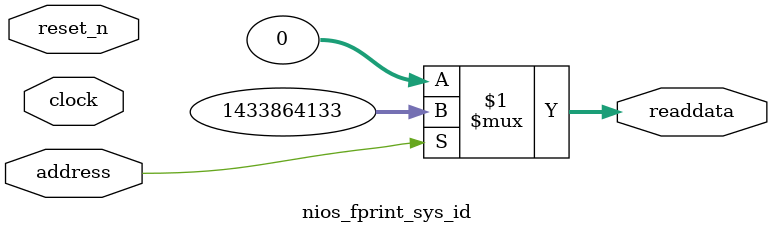
<source format=v>

`timescale 1ns / 1ps
// synthesis translate_on

// turn off superfluous verilog processor warnings 
// altera message_level Level1 
// altera message_off 10034 10035 10036 10037 10230 10240 10030 

module nios_fprint_sys_id (
               // inputs:
                address,
                clock,
                reset_n,

               // outputs:
                readdata
             )
;

  output  [ 31: 0] readdata;
  input            address;
  input            clock;
  input            reset_n;

  wire    [ 31: 0] readdata;
  //control_slave, which is an e_avalon_slave
  assign readdata = address ? 1433864133 : 0;

endmodule




</source>
